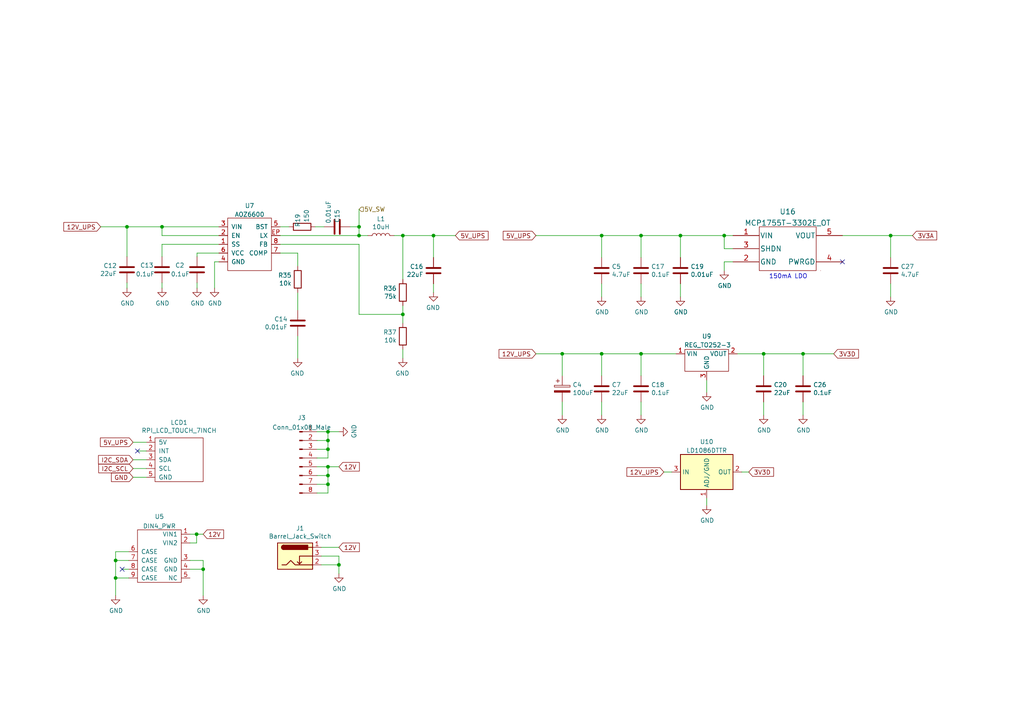
<source format=kicad_sch>
(kicad_sch (version 20211123) (generator eeschema)
  (paper "A4")
  (lib_symbols
    (symbol "Connector:Barrel_Jack_Switch" (pin_names hide)
      (property "Reference" "J" (at 0 5.334 0))
      (property "Value" "Barrel_Jack_Switch" (at 0 -5.08 0))
      (symbol "Barrel_Jack_Switch_0_1"
        (rectangle (start -5.08 3.81) (end 5.08 -3.81) (stroke (width 0.254)) (fill (type background)))
        (arc (start -3.302 3.175) (mid -3.937 2.54) (end -3.302 1.905) (stroke (width 0.254)))
        (arc (start -3.302 3.175) (mid -3.937 2.54) (end -3.302 1.905) (stroke (width 0.254)) (fill (type outline)))
        (polyline (pts (xy 1.27 -2.286) (xy 1.905 -1.651)) (stroke (width 0.254)))
        (polyline (pts (xy 5.08 2.54) (xy 3.81 2.54)) (stroke (width 0.254)))
        (polyline (pts (xy 5.08 0) (xy 1.27 0) (xy 1.27 -2.286) (xy 0.635 -1.651)) (stroke (width 0.254)))
        (polyline (pts (xy -3.81 -2.54) (xy -2.54 -2.54) (xy -1.27 -1.27) (xy 0 -2.54) (xy 2.54 -2.54) (xy 5.08 -2.54)) (stroke (width 0.254)))
        (rectangle (start 3.683 3.175) (end -3.302 1.905) (stroke (width 0.254)) (fill (type outline)))
      )
      (symbol "Barrel_Jack_Switch_1_1"
        (pin passive line (at 7.62 2.54 180) (length 2.54) (name "~") (number "1"))
        (pin passive line (at 7.62 -2.54 180) (length 2.54) (name "~") (number "2"))
        (pin passive line (at 7.62 0 180) (length 2.54) (name "~") (number "3"))
      )
    )
    (symbol "Connector:Conn_01x08_Male" (pin_names (offset 1.016) hide)
      (property "Reference" "J" (at 0 10.16 0))
      (property "Value" "Conn_01x08_Male" (at 0 -12.7 0))
      (symbol "Conn_01x08_Male_1_1"
        (polyline (pts (xy 1.27 -10.16) (xy 0.8636 -10.16)) (stroke (width 0.1524)))
        (polyline (pts (xy 1.27 -7.62) (xy 0.8636 -7.62)) (stroke (width 0.1524)))
        (polyline (pts (xy 1.27 -5.08) (xy 0.8636 -5.08)) (stroke (width 0.1524)))
        (polyline (pts (xy 1.27 -2.54) (xy 0.8636 -2.54)) (stroke (width 0.1524)))
        (polyline (pts (xy 1.27 0) (xy 0.8636 0)) (stroke (width 0.1524)))
        (polyline (pts (xy 1.27 2.54) (xy 0.8636 2.54)) (stroke (width 0.1524)))
        (polyline (pts (xy 1.27 5.08) (xy 0.8636 5.08)) (stroke (width 0.1524)))
        (polyline (pts (xy 1.27 7.62) (xy 0.8636 7.62)) (stroke (width 0.1524)))
        (rectangle (start 0.8636 -10.033) (end 0 -10.287) (stroke (width 0.1524)) (fill (type outline)))
        (rectangle (start 0.8636 -7.493) (end 0 -7.747) (stroke (width 0.1524)) (fill (type outline)))
        (rectangle (start 0.8636 -4.953) (end 0 -5.207) (stroke (width 0.1524)) (fill (type outline)))
        (rectangle (start 0.8636 -2.413) (end 0 -2.667) (stroke (width 0.1524)) (fill (type outline)))
        (rectangle (start 0.8636 0.127) (end 0 -0.127) (stroke (width 0.1524)) (fill (type outline)))
        (rectangle (start 0.8636 2.667) (end 0 2.413) (stroke (width 0.1524)) (fill (type outline)))
        (rectangle (start 0.8636 5.207) (end 0 4.953) (stroke (width 0.1524)) (fill (type outline)))
        (rectangle (start 0.8636 7.747) (end 0 7.493) (stroke (width 0.1524)) (fill (type outline)))
        (pin passive line (at 5.08 7.62 180) (length 3.81) (name "Pin_1") (number "1"))
        (pin passive line (at 5.08 5.08 180) (length 3.81) (name "Pin_2") (number "2"))
        (pin passive line (at 5.08 2.54 180) (length 3.81) (name "Pin_3") (number "3"))
        (pin passive line (at 5.08 0 180) (length 3.81) (name "Pin_4") (number "4"))
        (pin passive line (at 5.08 -2.54 180) (length 3.81) (name "Pin_5") (number "5"))
        (pin passive line (at 5.08 -5.08 180) (length 3.81) (name "Pin_6") (number "6"))
        (pin passive line (at 5.08 -7.62 180) (length 3.81) (name "Pin_7") (number "7"))
        (pin passive line (at 5.08 -10.16 180) (length 3.81) (name "Pin_8") (number "8"))
      )
    )
    (symbol "Device:C" (pin_numbers hide) (pin_names (offset 0.254))
      (property "Reference" "C" (at 0.635 2.54 0))
      (property "Value" "C" (at 0.635 -2.54 0))
      (symbol "C_0_1"
        (polyline (pts (xy -2.032 -0.762) (xy 2.032 -0.762)) (stroke (width 0.508)))
        (polyline (pts (xy -2.032 0.762) (xy 2.032 0.762)) (stroke (width 0.508)))
      )
      (symbol "C_1_1"
        (pin passive line (at 0 3.81 270) (length 2.794) (name "~") (number "1"))
        (pin passive line (at 0 -3.81 90) (length 2.794) (name "~") (number "2"))
      )
    )
    (symbol "Device:CP" (pin_numbers hide) (pin_names (offset 0.254))
      (property "Reference" "C" (at 0.635 2.54 0))
      (property "Value" "Device_CP" (at 0.635 -2.54 0))
      (symbol "CP_0_1"
        (rectangle (start -2.286 0.508) (end 2.286 1.016))
        (polyline (pts (xy -1.778 2.286) (xy -0.762 2.286)))
        (polyline (pts (xy -1.27 2.794) (xy -1.27 1.778)))
        (rectangle (start 2.286 -0.508) (end -2.286 -1.016) (fill (type outline)))
      )
      (symbol "CP_1_1"
        (pin passive line (at 0 3.81 270) (length 2.794) (name "~") (number "1"))
        (pin passive line (at 0 -3.81 90) (length 2.794) (name "~") (number "2"))
      )
    )
    (symbol "Device:L" (pin_numbers hide) (pin_names (offset 1.016) hide)
      (property "Reference" "L" (at -1.27 0 90))
      (property "Value" "L" (at 1.905 0 90))
      (symbol "L_0_1"
        (arc (start 0 -2.54) (mid 0.635 -1.905) (end 0 -1.27))
        (arc (start 0 -1.27) (mid 0.635 -0.635) (end 0 0))
        (arc (start 0 0) (mid 0.635 0.635) (end 0 1.27))
        (arc (start 0 1.27) (mid 0.635 1.905) (end 0 2.54))
      )
      (symbol "L_1_1"
        (pin passive line (at 0 3.81 270) (length 1.27) (name "1") (number "1"))
        (pin passive line (at 0 -3.81 90) (length 1.27) (name "2") (number "2"))
      )
    )
    (symbol "Device:R" (pin_numbers hide) (pin_names (offset 0))
      (property "Reference" "R" (at 2.032 0 90))
      (property "Value" "R" (at 0 0 90))
      (symbol "R_0_1"
        (rectangle (start -1.016 -2.54) (end 1.016 2.54) (stroke (width 0.254)))
      )
      (symbol "R_1_1"
        (pin passive line (at 0 3.81 270) (length 1.27) (name "~") (number "1"))
        (pin passive line (at 0 -3.81 90) (length 1.27) (name "~") (number "2"))
      )
    )
    (symbol "Ninja-qPCR:AOZ6600" (pin_names (offset 1.016))
      (property "Reference" "U" (at 6.35 6.35 0))
      (property "Value" "AOZ6600" (at 6.35 3.81 0))
      (symbol "AOZ6600_0_1"
        (polyline (pts (xy 0 2.54) (xy 0 -12.7) (xy 12.7 -12.7) (xy 12.7 2.54) (xy 0 2.54)))
      )
      (symbol "AOZ6600_1_1"
        (pin output line (at -2.54 -5.08 0) (length 2.54) (name "SS") (number "1"))
        (pin input line (at -2.54 -2.54 0) (length 2.54) (name "EN") (number "2"))
        (pin power_in line (at -2.54 0 0) (length 2.54) (name "VIN") (number "3"))
        (pin power_in line (at -2.54 -10.16 0) (length 2.54) (name "GND") (number "4"))
        (pin input line (at 15.24 0 180) (length 2.54) (name "BST") (number "5"))
        (pin power_in line (at -2.54 -7.62 0) (length 2.54) (name "VCC") (number "6"))
        (pin unspecified line (at 15.24 -7.62 180) (length 2.54) (name "COMP") (number "7"))
        (pin input line (at 15.24 -5.08 180) (length 2.54) (name "FB") (number "8"))
        (pin output line (at 15.24 -2.54 180) (length 2.54) (name "LX") (number "EP"))
      )
    )
    (symbol "Ninja-qPCR:DIN4_PWR" (pin_names (offset 1.016))
      (property "Reference" "U" (at 0 7.62 0))
      (property "Value" "DIN4_PWR" (at 0 -10.16 0))
      (symbol "DIN4_PWR_0_1"
        (rectangle (start -6.35 6.35) (end 6.35 -8.89))
      )
      (symbol "DIN4_PWR_1_1"
        (pin power_out line (at 8.89 5.08 180) (length 2.54) (name "VIN1") (number "1"))
        (pin power_out line (at 8.89 2.54 180) (length 2.54) (name "VIN2") (number "2"))
        (pin passive line (at 8.89 -2.54 180) (length 2.54) (name "GND") (number "3"))
        (pin passive line (at 8.89 -5.08 180) (length 2.54) (name "GND") (number "4"))
        (pin passive line (at 8.89 -7.62 180) (length 2.54) (name "NC") (number "5"))
        (pin passive line (at -8.89 0 0) (length 2.54) (name "CASE") (number "6"))
        (pin passive line (at -8.89 -2.54 0) (length 2.54) (name "CASE") (number "7"))
        (pin passive line (at -8.89 -5.08 0) (length 2.54) (name "CASE") (number "8"))
        (pin passive line (at -8.89 -7.62 0) (length 2.54) (name "CASE") (number "9"))
      )
    )
    (symbol "Ninja-qPCR:MCP1755T-3302E_OT" (pin_names (offset 0.254))
      (property "Reference" "U" (at 16.51 8.89 0))
      (property "Value" "MCP1755T-3302E_OT" (at 16.51 6.35 0))
      (symbol "MCP1755T-3302E_OT_1_1"
        (rectangle (start 7.62 2.54) (end 24.13 -10.16))
        (pin power_in line (at 0 0 0) (length 7.62) (name "VIN") (number "1"))
        (pin power_in line (at 0 -7.62 0) (length 7.62) (name "GND") (number "2"))
        (pin input line (at 0 -3.81 0) (length 7.62) (name "SHDN") (number "3"))
        (pin output line (at 31.75 -7.62 180) (length 7.62) (name "PWRGD") (number "4"))
        (pin output line (at 31.75 0 180) (length 7.62) (name "VOUT") (number "5"))
      )
    )
    (symbol "Ninja-qPCR:REG_TO252-3"
      (property "Reference" "U" (at 0 1.27 0))
      (property "Value" "REG_TO252-3" (at 7.62 -7.62 0))
      (symbol "REG_TO252-3_0_1"
        (rectangle (start -6.35 0) (end 6.35 -6.35) (stroke (width 0.1524)))
        (rectangle (start 33.02 22.86) (end 33.02 22.86) (stroke (width 0.1524)))
      )
      (symbol "REG_TO252-3_1_1"
        (pin input line (at -8.89 -1.27 0) (length 2.54) (name "VIN") (number "1"))
        (pin input line (at 8.89 -1.27 180) (length 2.54) (name "VOUT") (number "2"))
        (pin input line (at 0 -8.89 90) (length 2.54) (name "GND") (number "3"))
      )
    )
    (symbol "Ninja-qPCR:RPI_LCD_TOUCH_7INCH_M2.5_NONE" (pin_names (offset 1.016))
      (property "Reference" "U" (at 8.89 2.54 0))
      (property "Value" "Ninja-qPCR_RPI_LCD_TOUCH_7INCH_M2.5_NONE" (at 11.43 -12.7 0))
      (symbol "RPI_LCD_TOUCH_7INCH_M2.5_NONE_0_1"
        (rectangle (start 2.54 1.27) (end 16.51 -11.43))
      )
      (symbol "RPI_LCD_TOUCH_7INCH_M2.5_NONE_1_1"
        (pin input line (at 0 0 0) (length 2.54) (name "5V") (number "1"))
        (pin input line (at 0 -2.54 0) (length 2.54) (name "INT") (number "2"))
        (pin input line (at 0 -5.08 0) (length 2.54) (name "SDA") (number "3"))
        (pin input line (at 0 -7.62 0) (length 2.54) (name "SCL") (number "4"))
        (pin input line (at 0 -10.16 0) (length 2.54) (name "GND") (number "5"))
      )
    )
    (symbol "Regulator_Linear:LD1086DTTR"
      (property "Reference" "U" (at 0 10.16 0))
      (property "Value" "LD1086DTTR" (at 0 7.62 0))
      (symbol "LD1086DTTR_1_1"
        (rectangle (start -7.62 -5.08) (end 7.62 5.08) (stroke (width 0.254)) (fill (type background)))
        (pin input line (at 0 -7.62 90) (length 2.54) (name "ADJ/GND") (number "1"))
        (pin power_out line (at 10.16 0 180) (length 2.54) (name "OUT") (number "2"))
        (pin power_in line (at -10.16 0 0) (length 2.54) (name "IN") (number "3"))
      )
    )
    (symbol "power:GND" (power) (pin_names (offset 0))
      (property "Value" "GND" (at 0 -3.81 0))
      (symbol "GND_0_1"
        (polyline (pts (xy 0 0) (xy 0 -1.27) (xy 1.27 -1.27) (xy 0 -2.54) (xy -1.27 -1.27) (xy 0 -1.27)))
      )
      (symbol "GND_1_1"
        (pin power_in line (at 0 0 270) (length 0) hide (name "GND") (number "1"))
      )
    )
  )
  (junction (at 174.498 102.616))
  (junction (at 221.488 102.616))
  (junction (at 95.123 137.922))
  (junction (at 174.498 68.326))
  (junction (at 95.123 140.462))
  (junction (at 210.058 68.326))
  (junction (at 46.99 65.786))
  (junction (at 185.928 68.326))
  (junction (at 98.298 163.83))
  (junction (at 33.528 167.64))
  (junction (at 104.14 68.326))
  (junction (at 57.023 154.94))
  (junction (at 232.918 102.616))
  (junction (at 258.318 68.326))
  (junction (at 33.528 162.56))
  (junction (at 95.123 135.382))
  (junction (at 95.123 127.762))
  (junction (at 185.928 102.616))
  (junction (at 163.068 102.616))
  (junction (at 116.84 68.326))
  (junction (at 125.73 68.326))
  (junction (at 58.928 165.1))
  (junction (at 95.123 125.222))
  (junction (at 197.358 68.326))
  (junction (at 36.83 65.786))
  (junction (at 116.84 91.186))
  (junction (at 95.123 130.302))
  (junction (at 104.14 65.786))
  (no_connect (at 39.878 130.81))
  (no_connect (at 244.348 75.946))
  (no_connect (at 35.433 165.1))
  (wire (pts (xy 221.488 116.586) (xy 221.488 120.396)))
  (wire (pts (xy 185.928 82.296) (xy 185.928 86.106)))
  (wire (pts (xy 91.948 130.302) (xy 95.123 130.302)))
  (wire (pts (xy 116.84 68.326) (xy 114.3 68.326)))
  (wire (pts (xy 163.068 102.616) (xy 155.448 102.616)))
  (wire (pts (xy 185.928 68.326) (xy 185.928 74.676)))
  (wire (pts (xy 244.348 68.326) (xy 258.318 68.326)))
  (wire (pts (xy 185.928 68.326) (xy 197.358 68.326)))
  (wire (pts (xy 95.123 132.842) (xy 95.123 130.302)))
  (wire (pts (xy 104.14 91.186) (xy 104.14 70.866)))
  (wire (pts (xy 42.418 138.43) (xy 38.608 138.43)))
  (wire (pts (xy 264.668 68.326) (xy 258.318 68.326)))
  (wire (pts (xy 35.433 165.1) (xy 37.338 165.1)))
  (wire (pts (xy 210.058 75.946) (xy 210.058 78.486)))
  (wire (pts (xy 174.498 68.326) (xy 174.498 74.676)))
  (wire (pts (xy 91.948 135.382) (xy 95.123 135.382)))
  (wire (pts (xy 232.918 102.616) (xy 232.918 108.966)))
  (wire (pts (xy 116.84 103.886) (xy 116.84 101.346)))
  (wire (pts (xy 104.14 65.786) (xy 104.14 68.326)))
  (wire (pts (xy 33.528 162.56) (xy 37.338 162.56)))
  (wire (pts (xy 91.948 137.922) (xy 95.123 137.922)))
  (wire (pts (xy 174.498 68.326) (xy 185.928 68.326)))
  (wire (pts (xy 86.36 97.536) (xy 86.36 103.886)))
  (wire (pts (xy 33.528 162.56) (xy 33.528 167.64)))
  (wire (pts (xy 46.99 70.866) (xy 46.99 74.422)))
  (wire (pts (xy 174.498 82.296) (xy 174.498 86.106)))
  (wire (pts (xy 232.918 102.616) (xy 241.808 102.616)))
  (wire (pts (xy 215.138 136.906) (xy 217.17 136.906)))
  (wire (pts (xy 86.36 73.406) (xy 86.36 77.216)))
  (wire (pts (xy 232.918 102.616) (xy 221.488 102.616)))
  (wire (pts (xy 116.84 93.726) (xy 116.84 91.186)))
  (wire (pts (xy 37.338 160.02) (xy 33.528 160.02)))
  (wire (pts (xy 95.123 140.462) (xy 95.123 143.002)))
  (wire (pts (xy 33.528 167.64) (xy 37.338 167.64)))
  (wire (pts (xy 213.868 102.616) (xy 221.488 102.616)))
  (wire (pts (xy 83.82 65.786) (xy 81.28 65.786)))
  (wire (pts (xy 125.73 68.326) (xy 125.73 74.676)))
  (wire (pts (xy 125.73 68.326) (xy 132.08 68.326)))
  (wire (pts (xy 33.528 167.64) (xy 33.528 172.72)))
  (wire (pts (xy 91.44 65.786) (xy 93.98 65.786)))
  (wire (pts (xy 125.73 84.836) (xy 125.73 82.296)))
  (wire (pts (xy 258.318 68.326) (xy 258.318 74.676)))
  (wire (pts (xy 55.118 154.94) (xy 57.023 154.94)))
  (wire (pts (xy 185.928 116.586) (xy 185.928 120.396)))
  (wire (pts (xy 36.83 65.786) (xy 29.21 65.786)))
  (wire (pts (xy 91.948 125.222) (xy 95.123 125.222)))
  (wire (pts (xy 36.83 65.786) (xy 46.99 65.786)))
  (wire (pts (xy 95.123 125.222) (xy 98.298 125.222)))
  (wire (pts (xy 98.298 166.37) (xy 98.298 163.83)))
  (wire (pts (xy 93.218 161.29) (xy 98.298 161.29)))
  (wire (pts (xy 204.978 110.236) (xy 204.978 113.792)))
  (wire (pts (xy 63.5 73.406) (xy 57.15 73.406)))
  (wire (pts (xy 81.28 70.866) (xy 104.14 70.866)))
  (wire (pts (xy 95.123 137.922) (xy 95.123 140.462)))
  (wire (pts (xy 81.28 68.326) (xy 104.14 68.326)))
  (wire (pts (xy 174.498 116.586) (xy 174.498 120.396)))
  (wire (pts (xy 163.068 116.586) (xy 163.068 120.396)))
  (wire (pts (xy 163.068 102.616) (xy 163.068 108.966)))
  (wire (pts (xy 185.928 102.616) (xy 185.928 108.966)))
  (wire (pts (xy 36.83 83.566) (xy 36.83 82.042)))
  (wire (pts (xy 174.498 102.616) (xy 174.498 108.966)))
  (wire (pts (xy 55.118 162.56) (xy 58.928 162.56)))
  (wire (pts (xy 93.218 163.83) (xy 98.298 163.83)))
  (wire (pts (xy 104.14 68.326) (xy 106.68 68.326)))
  (wire (pts (xy 197.358 68.326) (xy 210.058 68.326)))
  (wire (pts (xy 116.84 68.326) (xy 125.73 68.326)))
  (wire (pts (xy 163.068 102.616) (xy 174.498 102.616)))
  (wire (pts (xy 55.118 157.48) (xy 57.023 157.48)))
  (wire (pts (xy 62.23 75.946) (xy 62.23 83.566)))
  (wire (pts (xy 36.83 65.786) (xy 36.83 74.422)))
  (wire (pts (xy 210.058 68.326) (xy 210.058 72.136)))
  (wire (pts (xy 104.14 60.706) (xy 104.14 65.786)))
  (wire (pts (xy 91.948 140.462) (xy 95.123 140.462)))
  (wire (pts (xy 57.023 154.94) (xy 58.928 154.94)))
  (wire (pts (xy 57.15 73.406) (xy 57.15 74.422)))
  (wire (pts (xy 221.488 102.616) (xy 221.488 108.966)))
  (wire (pts (xy 55.118 165.1) (xy 58.928 165.1)))
  (wire (pts (xy 46.99 65.786) (xy 63.5 65.786)))
  (wire (pts (xy 95.123 135.382) (xy 95.123 137.922)))
  (wire (pts (xy 81.28 73.406) (xy 86.36 73.406)))
  (wire (pts (xy 46.99 65.786) (xy 46.99 68.326)))
  (wire (pts (xy 63.5 75.946) (xy 62.23 75.946)))
  (wire (pts (xy 57.15 82.042) (xy 57.15 83.566)))
  (wire (pts (xy 174.498 102.616) (xy 185.928 102.616)))
  (wire (pts (xy 46.99 83.566) (xy 46.99 82.042)))
  (wire (pts (xy 46.99 70.866) (xy 63.5 70.866)))
  (wire (pts (xy 46.99 68.326) (xy 63.5 68.326)))
  (wire (pts (xy 91.948 143.002) (xy 95.123 143.002)))
  (wire (pts (xy 86.36 84.836) (xy 86.36 89.916)))
  (wire (pts (xy 101.6 65.786) (xy 104.14 65.786)))
  (wire (pts (xy 212.598 72.136) (xy 210.058 72.136)))
  (wire (pts (xy 116.84 68.326) (xy 116.84 81.026)))
  (wire (pts (xy 258.318 82.296) (xy 258.318 86.106)))
  (wire (pts (xy 196.088 102.616) (xy 185.928 102.616)))
  (wire (pts (xy 95.123 135.382) (xy 98.298 135.382)))
  (wire (pts (xy 116.84 91.186) (xy 116.84 88.646)))
  (wire (pts (xy 33.528 160.02) (xy 33.528 162.56)))
  (wire (pts (xy 212.598 75.946) (xy 210.058 75.946)))
  (wire (pts (xy 95.123 127.762) (xy 95.123 125.222)))
  (wire (pts (xy 58.928 165.1) (xy 58.928 172.72)))
  (wire (pts (xy 39.878 130.81) (xy 42.418 130.81)))
  (wire (pts (xy 232.918 116.586) (xy 232.918 120.396)))
  (wire (pts (xy 98.298 161.29) (xy 98.298 163.83)))
  (wire (pts (xy 104.14 91.186) (xy 116.84 91.186)))
  (wire (pts (xy 197.358 82.296) (xy 197.358 86.106)))
  (wire (pts (xy 93.218 158.75) (xy 98.298 158.75)))
  (wire (pts (xy 42.418 135.89) (xy 38.608 135.89)))
  (wire (pts (xy 58.928 162.56) (xy 58.928 165.1)))
  (wire (pts (xy 197.358 68.326) (xy 197.358 74.676)))
  (wire (pts (xy 192.532 136.906) (xy 194.818 136.906)))
  (wire (pts (xy 91.948 127.762) (xy 95.123 127.762)))
  (wire (pts (xy 42.418 133.35) (xy 38.608 133.35)))
  (wire (pts (xy 91.948 132.842) (xy 95.123 132.842)))
  (wire (pts (xy 155.448 68.326) (xy 174.498 68.326)))
  (wire (pts (xy 204.978 144.526) (xy 204.978 146.558)))
  (wire (pts (xy 38.608 128.27) (xy 42.418 128.27)))
  (wire (pts (xy 212.598 68.326) (xy 210.058 68.326)))
  (wire (pts (xy 95.123 130.302) (xy 95.123 127.762)))
  (wire (pts (xy 57.023 154.94) (xy 57.023 157.48)))
  (text "150mA LDO" (at 223.012 81.026 0) (effects (font (size 1.27 1.27)) (justify left bottom)))
  (global_label "12V" (shape input) (at 98.298 158.75 0) (property "Intersheet References" "${INTERSHEET_REFS}" (effects hide)))
  (global_label "5V_UPS" (shape input) (at 132.08 68.326 0) (property "Intersheet References" "${INTERSHEET_REFS}" (effects hide)))
  (global_label "3V3D" (shape input) (at 217.17 136.906 0) (property "Intersheet References" "${INTERSHEET_REFS}" (effects hide)))
  (global_label "GND" (shape input) (at 38.608 138.43 180) (property "Intersheet References" "${INTERSHEET_REFS}" (effects hide)))
  (global_label "5V_UPS" (shape input) (at 38.608 128.27 180) (property "Intersheet References" "${INTERSHEET_REFS}" (effects hide)))
  (global_label "12V_UPS" (shape input) (at 29.21 65.786 180) (property "Intersheet References" "${INTERSHEET_REFS}" (effects hide)))
  (global_label "12V" (shape input) (at 98.298 135.382 0) (property "Intersheet References" "${INTERSHEET_REFS}" (effects hide)))
  (global_label "12V" (shape input) (at 58.928 154.94 0) (property "Intersheet References" "${INTERSHEET_REFS}" (effects hide)))
  (global_label "12V_UPS" (shape input) (at 192.532 136.906 180) (property "Intersheet References" "${INTERSHEET_REFS}" (effects hide)))
  (global_label "I2C_SCL" (shape input) (at 38.608 135.89 180) (property "Intersheet References" "${INTERSHEET_REFS}" (effects hide)))
  (global_label "3V3D" (shape input) (at 241.808 102.616 0) (property "Intersheet References" "${INTERSHEET_REFS}" (effects hide)))
  (global_label "I2C_SDA" (shape input) (at 38.608 133.35 180) (property "Intersheet References" "${INTERSHEET_REFS}" (effects hide)))
  (global_label "5V_UPS" (shape input) (at 155.448 68.326 180) (property "Intersheet References" "${INTERSHEET_REFS}" (effects hide)))
  (global_label "3V3A" (shape input) (at 264.668 68.326 0) (property "Intersheet References" "${INTERSHEET_REFS}" (effects hide)))
  (global_label "12V_UPS" (shape input) (at 155.448 102.616 180) (property "Intersheet References" "${INTERSHEET_REFS}" (effects hide)))
  (hierarchical_label "5V_SW" (shape input) (at 104.14 60.706 0))
  (symbol (lib_id "Regulator_Linear:LD1086DTTR") (at 204.978 136.906 0) (unit 1)
    (property "Reference" "U10" (at 204.978 128.1262 0))
    (property "Value" "LD1086DTTR" (at 204.978 130.6631 0))
    (property "Footprint" "Package_TO_SOT_SMD:SOT-223" (effects hide))
    (property "Datasheet" "https://www.st.com/resource/en/datasheet/ld1086.pdf" (effects hide))
  )
  (symbol (lib_id "power:GND") (at 185.928 120.396 0) (unit 1)
    (property "Reference" "#PWR0127" (effects hide))
    (property "Value" "GND" (at 186.055 124.7902 0))
  )
  (symbol (lib_id "Ninja-qPCR:AOZ6600") (at 66.04 65.786 0) (unit 1)
    (property "Reference" "U7" (at 72.39 59.6732 0))
    (property "Value" "AOZ6600" (at 72.39 62.2101 0))
    (property "Footprint" "Ninja-qPCR:AOZ6605PI-1" (effects hide))
  )
  (symbol (lib_id "Device:C") (at 197.358 78.486 0) (unit 1)
    (property "Reference" "C19" (at 200.279 77.3176 0) (effects (justify left)))
    (property "Value" "0.01uF" (at 200.279 79.629 0) (effects (justify left)))
    (property "Footprint" "Capacitor_SMD:C_0603_1608Metric" (effects hide))
  )
  (symbol (lib_id "power:GND") (at 163.068 120.396 0) (unit 1)
    (property "Reference" "#PWR0129" (effects hide))
    (property "Value" "GND" (at 163.195 124.7902 0))
  )
  (symbol (lib_id "power:GND") (at 258.318 86.106 0) (unit 1)
    (property "Reference" "#PWR0122" (effects hide))
    (property "Value" "GND" (at 258.445 90.5002 0))
  )
  (symbol (lib_id "power:GND") (at 197.358 86.106 0) (unit 1)
    (property "Reference" "#PWR0126" (effects hide))
    (property "Value" "GND" (at 197.485 90.5002 0))
  )
  (symbol (lib_id "Device:L") (at 110.49 68.326 270) (mirror x) (unit 1)
    (property "Reference" "L1" (at 110.49 63.5 90))
    (property "Value" "10uH" (at 110.49 65.8114 90))
    (property "Footprint" "Ninja-qPCR:VLS6045EX-3R3N" (effects hide))
  )
  (symbol (lib_id "Ninja-qPCR:RPI_LCD_TOUCH_7INCH_M2.5_NONE") (at 42.418 128.27 0) (unit 1)
    (property "Reference" "LCD1" (at 51.943 122.555 0))
    (property "Value" "RPI_LCD_TOUCH_7INCH" (at 51.943 124.8664 0))
    (property "Footprint" "Connector_PinHeader_2.54mm:PinHeader_1x05_P2.54mm_Vertical" (effects hide))
  )
  (symbol (lib_id "Ninja-qPCR:MCP1755T-3302E_OT") (at 212.598 68.326 0) (unit 1)
    (property "Reference" "U16" (at 228.473 61.3821 0) (effects (font (size 1.524 1.524))))
    (property "Value" "MCP1755T-3302E_OT" (at 228.473 64.6611 0) (effects (font (size 1.524 1.524))))
    (property "Footprint" "Package_TO_SOT_SMD:SOT-23-5" (effects hide))
  )
  (symbol (lib_id "power:GND") (at 86.36 103.886 0) (mirror y) (unit 1)
    (property "Reference" "#PWR0108" (effects hide))
    (property "Value" "GND" (at 86.233 108.2802 0))
  )
  (symbol (lib_id "Device:C") (at 258.318 78.486 0) (unit 1)
    (property "Reference" "C27" (at 261.239 77.3176 0) (effects (justify left)))
    (property "Value" "4.7uF" (at 261.239 79.629 0) (effects (justify left)))
    (property "Footprint" "Capacitor_SMD:C_0805_2012Metric" (effects hide))
  )
  (symbol (lib_id "Device:R") (at 86.36 81.026 0) (mirror y) (unit 1)
    (property "Reference" "R35" (at 84.582 79.8576 0) (effects (justify left)))
    (property "Value" "10k" (at 84.582 82.169 0) (effects (justify left)))
    (property "Footprint" "Resistor_SMD:R_0603_1608Metric" (effects hide))
  )
  (symbol (lib_id "Device:C") (at 57.15 78.232 180) (unit 1)
    (property "Reference" "C2" (at 50.8 76.962 0) (effects (justify right)))
    (property "Value" "0.1uF" (at 49.53 79.502 0) (effects (justify right)))
    (property "Footprint" "Capacitor_SMD:C_0603_1608Metric" (effects hide))
  )
  (symbol (lib_id "power:GND") (at 36.83 83.566 0) (unit 1)
    (property "Reference" "#PWR0104" (effects hide))
    (property "Value" "GND" (at 36.957 87.9602 0))
  )
  (symbol (lib_id "Device:C") (at 185.928 112.776 0) (unit 1)
    (property "Reference" "C18" (at 188.849 111.6076 0) (effects (justify left)))
    (property "Value" "0.1uF" (at 188.849 113.919 0) (effects (justify left)))
    (property "Footprint" "Capacitor_SMD:C_0603_1608Metric" (effects hide))
  )
  (symbol (lib_id "Device:C") (at 185.928 78.486 0) (unit 1)
    (property "Reference" "C17" (at 188.849 77.3176 0) (effects (justify left)))
    (property "Value" "0.1uF" (at 188.849 79.629 0) (effects (justify left)))
    (property "Footprint" "Capacitor_SMD:C_0603_1608Metric" (effects hide))
  )
  (symbol (lib_id "power:GND") (at 57.15 83.566 0) (unit 1)
    (property "Reference" "#PWR0125" (effects hide))
    (property "Value" "GND" (at 57.277 87.9602 0))
  )
  (symbol (lib_id "power:GND") (at 33.528 172.72 0) (unit 1)
    (property "Reference" "#PWR0110" (effects hide))
    (property "Value" "GND" (at 33.655 177.1142 0))
  )
  (symbol (lib_id "Device:C") (at 232.918 112.776 0) (unit 1)
    (property "Reference" "C26" (at 235.839 111.6076 0) (effects (justify left)))
    (property "Value" "0.1uF" (at 235.839 113.919 0) (effects (justify left)))
    (property "Footprint" "Capacitor_SMD:C_0603_1608Metric" (effects hide))
  )
  (symbol (lib_id "Device:C") (at 36.83 78.232 0) (mirror x) (unit 1)
    (property "Reference" "C12" (at 33.909 77.0636 0) (effects (justify right)))
    (property "Value" "22uF" (at 33.909 79.375 0) (effects (justify right)))
    (property "Footprint" "Capacitor_SMD:C_1210_3225Metric" (effects hide))
  )
  (symbol (lib_id "power:GND") (at 204.978 113.792 0) (unit 1)
    (property "Reference" "#PWR0121" (effects hide))
    (property "Value" "GND" (at 205.105 118.1862 0))
  )
  (symbol (lib_id "Device:C") (at 174.498 78.486 0) (unit 1)
    (property "Reference" "C5" (at 177.419 77.3176 0) (effects (justify left)))
    (property "Value" "4.7uF" (at 177.419 79.629 0) (effects (justify left)))
    (property "Footprint" "Capacitor_SMD:C_0805_2012Metric" (effects hide))
  )
  (symbol (lib_id "power:GND") (at 116.84 103.886 0) (mirror y) (unit 1)
    (property "Reference" "#PWR0107" (effects hide))
    (property "Value" "GND" (at 116.713 108.2802 0))
  )
  (symbol (lib_id "power:GND") (at 58.928 172.72 0) (unit 1)
    (property "Reference" "#PWR0115" (effects hide))
    (property "Value" "GND" (at 59.055 177.1142 0))
  )
  (symbol (lib_id "power:GND") (at 98.298 166.37 0) (unit 1)
    (property "Reference" "#PWR0113" (effects hide))
    (property "Value" "GND" (at 98.425 170.7642 0))
  )
  (symbol (lib_id "power:GND") (at 46.99 83.566 0) (unit 1)
    (property "Reference" "#PWR0105" (effects hide))
    (property "Value" "GND" (at 47.117 87.9602 0))
  )
  (symbol (lib_id "Device:R") (at 116.84 97.536 0) (mirror y) (unit 1)
    (property "Reference" "R37" (at 115.062 96.3676 0) (effects (justify left)))
    (property "Value" "10k" (at 115.062 98.679 0) (effects (justify left)))
    (property "Footprint" "Resistor_SMD:R_0603_1608Metric" (effects hide))
  )
  (symbol (lib_id "Device:C") (at 125.73 78.486 0) (mirror x) (unit 1)
    (property "Reference" "C16" (at 122.809 77.3176 0) (effects (justify right)))
    (property "Value" "22uF" (at 122.809 79.629 0) (effects (justify right)))
    (property "Footprint" "Capacitor_SMD:C_1210_3225Metric" (effects hide))
  )
  (symbol (lib_id "Device:R") (at 87.63 65.786 90) (mirror x) (unit 1)
    (property "Reference" "R19" (at 86.36 61.976 0) (effects (justify left)))
    (property "Value" "150" (at 88.9 60.706 0) (effects (justify left)))
    (property "Footprint" "Resistor_SMD:R_0603_1608Metric" (effects hide))
  )
  (symbol (lib_id "Connector:Conn_01x08_Male") (at 86.868 132.842 0) (unit 1)
    (property "Reference" "J3" (at 87.503 121.1793 0))
    (property "Value" "Conn_01x08_Male" (at 87.503 123.9544 0))
    (property "Footprint" "Ninja-qPCR:ATX8" (effects hide))
  )
  (symbol (lib_id "power:GND") (at 185.928 86.106 0) (unit 1)
    (property "Reference" "#PWR0123" (effects hide))
    (property "Value" "GND" (at 186.055 90.5002 0))
  )
  (symbol (lib_id "Ninja-qPCR:REG_TO252-3") (at 204.978 101.346 0) (unit 1)
    (property "Reference" "U9" (at 204.978 97.536 0))
    (property "Value" "REG_TO252-3" (at 205.232 100.076 0))
    (property "Footprint" "Ninja-qPCR:REG_TO252-3" (effects hide))
  )
  (symbol (lib_id "Connector:Barrel_Jack_Switch") (at 85.598 161.29 0) (unit 1)
    (property "Reference" "J1" (at 87.0458 153.2382 0))
    (property "Value" "Barrel_Jack_Switch" (at 87.0458 155.5496 0))
    (property "Footprint" "Connector_BarrelJack:BarrelJack_Horizontal" (effects hide))
  )
  (symbol (lib_id "power:GND") (at 204.978 146.558 0) (unit 1)
    (property "Reference" "#PWR0128" (effects hide))
    (property "Value" "GND" (at 205.105 150.9522 0))
  )
  (symbol (lib_id "Device:C") (at 174.498 112.776 0) (unit 1)
    (property "Reference" "C7" (at 177.419 111.6076 0) (effects (justify left)))
    (property "Value" "22uF" (at 177.419 113.919 0) (effects (justify left)))
    (property "Footprint" "Capacitor_SMD:C_1210_3225Metric" (effects hide))
  )
  (symbol (lib_id "power:GND") (at 174.498 86.106 0) (unit 1)
    (property "Reference" "#PWR0124" (effects hide))
    (property "Value" "GND" (at 174.625 90.5002 0))
  )
  (symbol (lib_id "power:GND") (at 98.298 125.222 90) (unit 1)
    (property "Reference" "#PWR0116" (effects hide))
    (property "Value" "GND" (at 102.6922 125.095 0))
  )
  (symbol (lib_id "power:GND") (at 174.498 120.396 0) (unit 1)
    (property "Reference" "#PWR0130" (effects hide))
    (property "Value" "GND" (at 174.625 124.7902 0))
  )
  (symbol (lib_id "power:GND") (at 232.918 120.396 0) (unit 1)
    (property "Reference" "#PWR0119" (effects hide))
    (property "Value" "GND" (at 233.045 124.7902 0))
  )
  (symbol (lib_id "Device:C") (at 46.99 78.232 180) (unit 1)
    (property "Reference" "C13" (at 40.64 76.962 0) (effects (justify right)))
    (property "Value" "0.1uF" (at 39.37 79.502 0) (effects (justify right)))
    (property "Footprint" "Capacitor_SMD:C_0603_1608Metric" (effects hide))
  )
  (symbol (lib_id "Device:R") (at 116.84 84.836 0) (mirror y) (unit 1)
    (property "Reference" "R36" (at 115.062 83.6676 0) (effects (justify left)))
    (property "Value" "75k" (at 115.062 85.979 0) (effects (justify left)))
    (property "Footprint" "Resistor_SMD:R_0603_1608Metric" (effects hide))
  )
  (symbol (lib_id "Ninja-qPCR:DIN4_PWR") (at 46.228 160.02 0) (unit 1)
    (property "Reference" "U5" (at 46.228 149.8305 0))
    (property "Value" "DIN4_PWR" (at 46.228 152.6056 0))
    (property "Footprint" "Ninja-qPCR:DN4_PWR" (effects hide))
  )
  (symbol (lib_id "Device:CP") (at 163.068 112.776 0) (unit 1)
    (property "Reference" "C4" (at 166.0652 111.6076 0) (effects (justify left)))
    (property "Value" "100uF" (at 166.0652 113.919 0) (effects (justify left)))
    (property "Footprint" "Ninja-qPCR:35TZV100M6.3X8" (effects hide))
  )
  (symbol (lib_id "power:GND") (at 125.73 84.836 0) (mirror y) (unit 1)
    (property "Reference" "#PWR0114" (effects hide))
    (property "Value" "GND" (at 125.603 89.2302 0))
  )
  (symbol (lib_id "Device:C") (at 97.79 65.786 90) (unit 1)
    (property "Reference" "C15" (at 97.79 60.706 0) (effects (justify right)))
    (property "Value" "0.01uF" (at 95.25 58.166 0) (effects (justify right)))
    (property "Footprint" "Capacitor_SMD:C_0603_1608Metric" (effects hide))
  )
  (symbol (lib_id "power:GND") (at 221.488 120.396 0) (unit 1)
    (property "Reference" "#PWR0120" (effects hide))
    (property "Value" "GND" (at 221.615 124.7902 0))
  )
  (symbol (lib_id "Device:C") (at 86.36 93.726 0) (mirror x) (unit 1)
    (property "Reference" "C14" (at 83.439 92.5576 0) (effects (justify right)))
    (property "Value" "0.01uF" (at 83.439 94.869 0) (effects (justify right)))
    (property "Footprint" "Capacitor_SMD:C_0603_1608Metric" (effects hide))
  )
  (symbol (lib_id "power:GND") (at 210.058 78.486 0) (unit 1)
    (property "Reference" "#PWR0118" (effects hide))
    (property "Value" "GND" (at 210.185 82.8802 0))
  )
  (symbol (lib_id "Device:C") (at 221.488 112.776 0) (unit 1)
    (property "Reference" "C20" (at 224.409 111.6076 0) (effects (justify left)))
    (property "Value" "22uF" (at 224.409 113.919 0) (effects (justify left)))
    (property "Footprint" "Capacitor_SMD:C_1210_3225Metric" (effects hide))
  )
  (symbol (lib_id "power:GND") (at 62.23 83.566 0) (unit 1)
    (property "Reference" "#PWR0106" (effects hide))
    (property "Value" "GND" (at 62.357 87.9602 0))
  )
)
</source>
